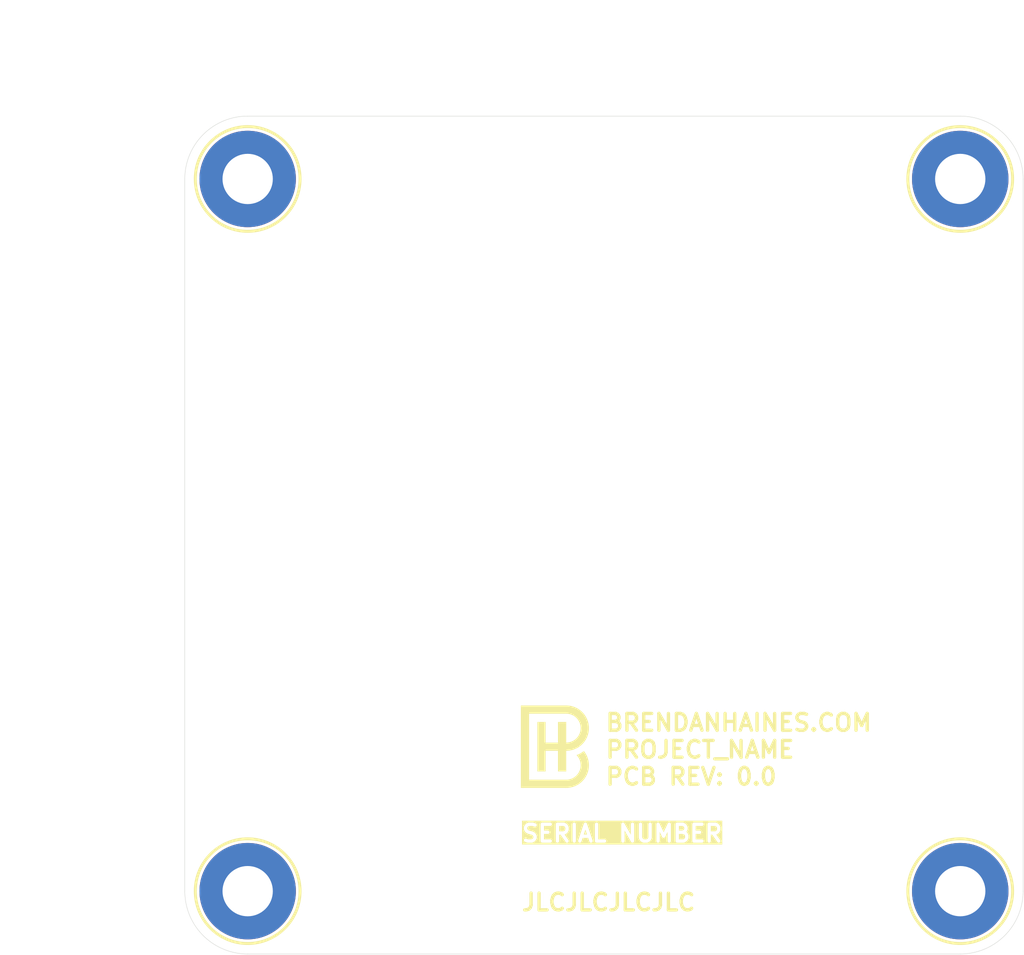
<source format=kicad_pcb>
(kicad_pcb (version 20221018) (generator pcbnew)
  (title_block (title "${PROJECT_NAME}") (rev "${PCB_REVISION}") (company "BRENDANHAINES.COM"))
  (layers (0 "F.Cu" signal) (1 "In1.Cu" signal) (2 "In2.Cu" signal) (31 "B.Cu" signal) (34 "B.Paste" user) (35 "F.Paste" user) (36 "B.SilkS" user "B.Silkscreen") (37 "F.SilkS" user "F.Silkscreen") (38 "B.Mask" user) (39 "F.Mask" user) (44 "Edge.Cuts" user))
  (property "PCB_REVISION" "0.0")
  (property "PROJECT_NAME" "PROJECT_NAME")
  (net 0 "")
  (net 1 "GND")
  (footprint "common:MH120X230_#4" (layer "F.Cu") (at 123.19 123.19)
    (fp_text reference "MH3" hide)
    (fp_text value "Mounting_Hole" hide)
    (fp_circle (center 0 0) (end 3.175 0) (stroke (width 0.1778)) (fill none) (layer "F.SilkS"))
    (pad "1" thru_hole circle (at 0 0) (size 5.842 5.842) (drill 3.048) (layers "*.Cu" "*.Mask") (net 1 "GND"))
  )
  (footprint "common:LOGO_BH" (layer "F.Cu") (at 99.06 116.84)
    (fp_text reference "LOGO1" hide)
    (fp_text value "~" hide)
    (fp_poly (pts (xy 0.340334 -4.906285) (xy 0.426334 -4.89815) (xy 0.511644 -4.88464) (xy 0.595939 -4.865795) (xy 0.678894 -4.8417) (xy 0.760165 -4.81244) (xy 0.839439 -4.778135) (xy 0.916405 -4.73892) (xy 0.990754 -4.69495) (xy 1.062204 -4.646395) (xy 1.130454 -4.59345) (xy 1.195245 -4.536325) (xy 1.256325 -4.475245) (xy 1.313449 -4.410455) (xy 1.366394 -4.342205) (xy 1.414949 -4.270755) (xy 1.45892 -4.196405) (xy 1.498135 -4.11944) (xy 1.532439 -4.040165) (xy 1.561699 -3.958895) (xy 1.585795 -3.87594) (xy 1.60464 -3.791645) (xy 1.61815 -3.706335) (xy 1.626285 -3.620335) (xy 1.629 -3.534) (xy 1.626285 -3.447665) (xy 1.61815 -3.361665) (xy 1.60464 -3.276355) (xy 1.585795 -3.19206) (xy 1.561699 -3.109105) (xy 1.532439 -3.027835) (xy 1.498135 -2.94856) (xy 1.45892 -2.871594) (xy 1.414949 -2.797245) (xy 1.366395 -2.725796) (xy 1.31345 -2.657543) (xy 1.256325 -2.592754) (xy 1.195245 -2.531674) (xy 1.130455 -2.474552) (xy 1.062205 -2.421604) (xy 0.990755 -2.373051) (xy 0.916405 -2.329083) (xy 0.83944 -2.289867) (xy 0.760165 -2.255558) (xy 0.678895 -2.226299) (xy 0.59594 -2.202206) (xy 0.511645 -2.183361) (xy 0.426335 -2.169849) (xy 0.340335 -2.161717) (xy 0.254 -2.159) (xy 0.254 -0.909001) (xy -0.246 -0.909001) (xy -0.246 -2.159) (xy -0.996 -2.159) (xy -0.996 -0.909001) (xy -1.496 -0.909001) (xy -1.496 -3.909) (xy -0.996 -3.909) (xy -0.996 -2.659) (xy -0.246 -2.659) (xy -0.246 -3.909) (xy 0.254 -3.909) (xy 0.254 -2.659) (xy 0.30894 -2.660733) (xy 0.363665 -2.665905) (xy 0.417955 -2.674503) (xy 0.4716 -2.686497) (xy 0.524385 -2.701832) (xy 0.576105 -2.720448) (xy 0.62655 -2.742283) (xy 0.67553 -2.767238) (xy 0.72284 -2.795215) (xy 0.768305 -2.826115) (xy 0.81174 -2.859806) (xy 0.852975 -2.89616) (xy 0.89184 -2.935025) (xy 0.928195 -2.97626) (xy 0.961885 -3.019695) (xy 0.992785 -3.06516) (xy 1.02076 -3.11247) (xy 1.04572 -3.16145) (xy 1.067555 -3.211895) (xy 1.08617 -3.263615) (xy 1.101505 -3.3164) (xy 1.113495 -3.370045) (xy 1.122094 -3.424335) (xy 1.12727 -3.47906) (xy 1.129 -3.534) (xy 1.12727 -3.58894) (xy 1.122094 -3.643665) (xy 1.113495 -3.697955) (xy 1.101505 -3.7516) (xy 1.08617 -3.804386) (xy 1.067555 -3.856106) (xy 1.04572 -3.90655) (xy 1.02076 -3.95553) (xy 0.992785 -4.00284) (xy 0.961885 -4.048305) (xy 0.928195 -4.09174) (xy 0.89184 -4.132975) (xy 0.852975 -4.17184) (xy 0.81174 -4.208195) (xy 0.768305 -4.241885) (xy 0.72284 -4.272785) (xy 0.67553 -4.30076) (xy 0.62655 -4.32572) (xy 0.576105 -4.347555) (xy 0.524385 -4.36617) (xy 0.4716 -4.381505) (xy 0.417955 -4.393495) (xy 0.363665 -4.402095) (xy 0.30894 -4.40727) (xy 0.254 -4.409) (xy -1.996 -4.409) (xy -1.996 -0.409001) (xy 0.254 -0.409001) (xy 0.30894 -0.410731) (xy 0.363665 -0.415906) (xy 0.417955 -0.424506) (xy 0.4716 -0.436496) (xy 0.524385 -0.451831) (xy 0.576105 -0.470446) (xy 0.62655 -0.492281) (xy 0.67553 -0.517241) (xy 0.72284 -0.545216) (xy 0.768305 -0.576116) (xy 0.81174 -0.609806) (xy 0.852975 -0.646161) (xy 0.89184 -0.685026) (xy 0.928195 -0.726261) (xy 0.961885 -0.769696) (xy 0.992785 -0.815161) (xy 1.02076 -0.862471) (xy 1.04572 -0.911451) (xy 1.067555 -0.961896) (xy 1.08617 -1.013615) (xy 1.101505 -1.066401) (xy 1.113495 -1.120046) (xy 1.122094 -1.174336) (xy 1.12727 -1.229061) (xy 1.129 -1.284001) (xy 1.12727 -1.338941) (xy 1.122094 -1.393666) (xy 1.113495 -1.447956) (xy 1.101505 -1.501601) (xy 1.08617 -1.554386) (xy 1.067555 -1.606106) (xy 1.04572 -1.65655) (xy 1.02076 -1.705531) (xy 0.992785 -1.752841) (xy 0.961885 -1.798306) (xy 0.928195 -1.841741) (xy 0.89184 -1.882976) (xy 0.87594 -1.898876) (xy 0.89821 -1.906896) (xy 0.99911 -1.950558) (xy 1.097065 -2.00047) (xy 1.19169 -2.056431) (xy 1.28262 -2.118222) (xy 1.32232 -2.149022) (xy 1.366395 -2.092205) (xy 1.414949 -2.020756) (xy 1.45892 -1.946408) (xy 1.498135 -1.869441) (xy 1.53244 -1.790166) (xy 1.5617 -1.708896) (xy 1.585795 -1.625941) (xy 1.60464 -1.541646) (xy 1.61815 -1.456336) (xy 1.626285 -1.370336) (xy 1.629 -1.284001) (xy 1.626285 -1.197666) (xy 1.61815 -1.111666) (xy 1.60464 -1.026356) (xy 1.585795 -0.942061) (xy 1.5617 -0.859106) (xy 1.53244 -0.777836) (xy 1.498135 -0.698561) (xy 1.45892 -0.621596) (xy 1.414949 -0.547247) (xy 1.366395 -0.475796) (xy 1.31345 -0.407547) (xy 1.256325 -0.342756) (xy 1.195245 -0.281676) (xy 1.130455 -0.224551) (xy 1.062205 -0.171607) (xy 0.990755 -0.123051) (xy 0.916405 -0.079081) (xy 0.83944 -0.039866) (xy 0.760165 -0.005561) (xy 0.678895 0.023699) (xy 0.59594 0.047794) (xy 0.511645 0.066639) (xy 0.426335 0.080149) (xy 0.340335 0.088284) (xy 0.254 0.090999) (xy -2.496 0.090999) (xy -2.496 -4.909) (xy 0.254 -4.909)) (fill solid) (layer "F.SilkS"))
  )
  (footprint "common:MH120X230_#4" (layer "F.Cu") (at 123.19 80.01)
    (fp_text reference "MH2" hide)
    (fp_text value "Mounting_Hole" hide)
    (fp_circle (center 0 0) (end 3.175 0) (stroke (width 0.1778)) (fill none) (layer "F.SilkS"))
    (pad "1" thru_hole circle (at 0 0) (size 5.842 5.842) (drill 3.048) (layers "*.Cu" "*.Mask") (net 1 "GND"))
  )
  (footprint "common:MH120X230_#4" (layer "F.Cu") (at 80.01 123.19)
    (fp_text reference "MH4" hide)
    (fp_text value "Mounting_Hole" hide)
    (fp_circle (center 0 0) (end 3.175 0) (stroke (width 0.1778)) (fill none) (layer "F.SilkS"))
    (pad "1" thru_hole circle (at 0 0) (size 5.842 5.842) (drill 3.048) (layers "*.Cu" "*.Mask") (net 1 "GND"))
  )
  (footprint "common:MH120X230_#4" (layer "F.Cu") (at 80.01 80.01)
    (fp_text reference "MH1" hide)
    (fp_text value "Mounting_Hole" hide)
    (fp_circle (center 0 0) (end 3.175 0) (stroke (width 0.1778)) (fill none) (layer "F.SilkS"))
    (pad "1" thru_hole circle (at 0 0) (size 5.842 5.842) (drill 3.048) (layers "*.Cu" "*.Mask") (net 1 "GND"))
  )
  (gr_line (start 76.2 80.01) (end 76.2 123.19) (stroke (width 0.0254)) (layer "Edge.Cuts"))
  (gr_arc (start 76.2 80.01) (mid 77.315923 77.315923) (end 80.01 76.2) (stroke (width 0.0254)) (layer "Edge.Cuts"))
  (gr_line (start 80.01 76.2) (end 123.19 76.2) (stroke (width 0.0254)) (layer "Edge.Cuts"))
  (gr_line (start 123.19 127) (end 80.01 127) (stroke (width 0.0254)) (layer "Edge.Cuts"))
  (gr_arc (start 123.19 76.2) (mid 125.884077 77.315923) (end 127 80.01) (stroke (width 0.0254)) (layer "Edge.Cuts"))
  (gr_arc (start 127 123.19) (mid 125.884077 125.884077) (end 123.19 127) (stroke (width 0.0254)) (layer "Edge.Cuts"))
  (gr_line (start 127 123.19) (end 127 80.01) (stroke (width 0.0254)) (layer "Edge.Cuts"))
  (gr_arc (start 80.01 127) (mid 77.315923 125.884077) (end 76.2 123.19) (stroke (width 0.0254)) (layer "Edge.Cuts"))
  (gr_text "JLCJLCJLCJLC" (at 96.52 124.46) (layer "F.SilkS") (effects (font (size 1.016 1.016) (thickness 0.2032) bold) (justify left bottom)))
  (gr_text "BRENDANHAINES.COM\n${PROJECT_NAME}\nPCB REV: ${PCB_REVISION}" (at 101.6 116.84) (layer "F.SilkS") (effects (font (size 1.016 1.016) (thickness 0.2032) bold) (justify left bottom)))
  (gr_text "SERIAL NUMBER              \n " (at 96.52 121.92) (layer "F.SilkS" knockout) (effects (font (size 1.016 1.016) (thickness 0.2032) bold) (justify left bottom)))
)
</source>
